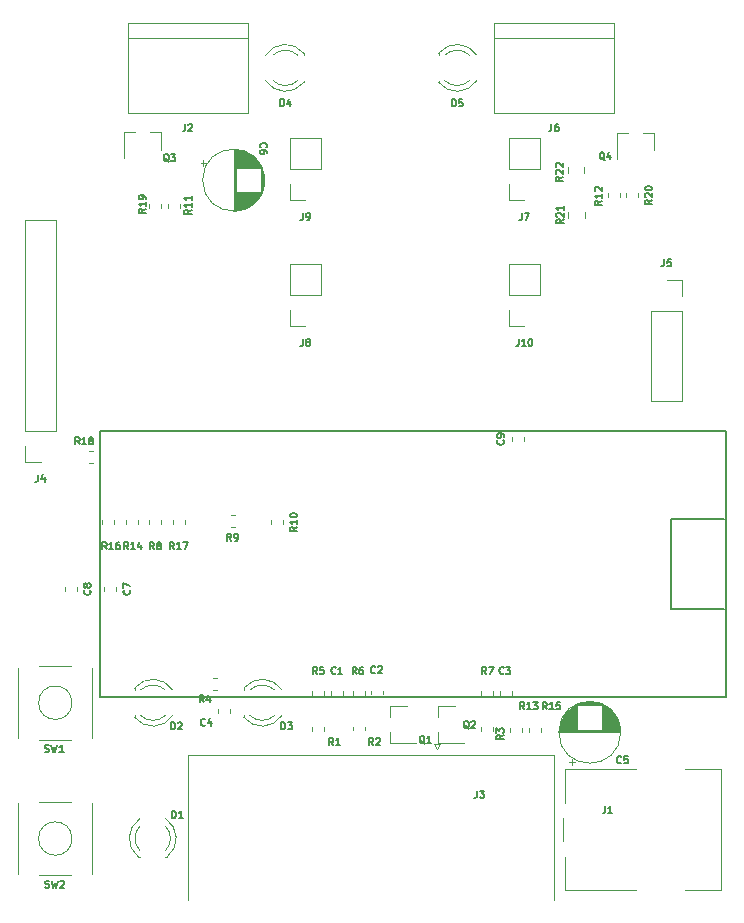
<source format=gto>
G04 #@! TF.GenerationSoftware,KiCad,Pcbnew,5.0.2-bee76a0~70~ubuntu18.04.1*
G04 #@! TF.CreationDate,2019-01-09T05:41:56+01:00*
G04 #@! TF.ProjectId,IGM400,49474d34-3030-42e6-9b69-6361645f7063,rev?*
G04 #@! TF.SameCoordinates,Original*
G04 #@! TF.FileFunction,Legend,Top*
G04 #@! TF.FilePolarity,Positive*
%FSLAX46Y46*%
G04 Gerber Fmt 4.6, Leading zero omitted, Abs format (unit mm)*
G04 Created by KiCad (PCBNEW 5.0.2-bee76a0~70~ubuntu18.04.1) date Mi 09 Jan 2019 05:41:56 CET*
%MOMM*%
%LPD*%
G01*
G04 APERTURE LIST*
%ADD10C,0.150000*%
%ADD11C,0.120000*%
G04 APERTURE END LIST*
D10*
G04 #@! TO.C,U1*
X109900000Y-97200000D02*
X105400000Y-97200000D01*
X105400000Y-97200000D02*
X105400000Y-104800000D01*
X105400000Y-104800000D02*
X109900000Y-104800000D01*
X110000000Y-89750000D02*
X110000000Y-112250000D01*
X110000000Y-112250000D02*
X57000000Y-112250000D01*
X57000000Y-112250000D02*
X57000000Y-89750000D01*
X57000000Y-89750000D02*
X110000000Y-89750000D01*
D11*
G04 #@! TO.C,C1*
X76579000Y-112113279D02*
X76579000Y-111787721D01*
X77599000Y-112113279D02*
X77599000Y-111787721D01*
G04 #@! TO.C,C3*
X91886500Y-112113279D02*
X91886500Y-111787721D01*
X90866500Y-112113279D02*
X90866500Y-111787721D01*
G04 #@! TO.C,C4*
X68010500Y-113311721D02*
X68010500Y-113637279D01*
X66990500Y-113311721D02*
X66990500Y-113637279D01*
G04 #@! TO.C,C7*
X57402000Y-102961221D02*
X57402000Y-103286779D01*
X58422000Y-102961221D02*
X58422000Y-103286779D01*
G04 #@! TO.C,C8*
X55056500Y-102961221D02*
X55056500Y-103286779D01*
X54036500Y-102961221D02*
X54036500Y-103286779D01*
G04 #@! TO.C,C9*
X92902500Y-90586779D02*
X92902500Y-90261221D01*
X91882500Y-90586779D02*
X91882500Y-90261221D01*
G04 #@! TO.C,C2*
X80008000Y-112049779D02*
X80008000Y-111724221D01*
X81028000Y-112049779D02*
X81028000Y-111724221D01*
G04 #@! TO.C,C5*
X96775000Y-117804775D02*
X97275000Y-117804775D01*
X97025000Y-118054775D02*
X97025000Y-117554775D01*
X98216000Y-112649000D02*
X98784000Y-112649000D01*
X97982000Y-112689000D02*
X99018000Y-112689000D01*
X97823000Y-112729000D02*
X99177000Y-112729000D01*
X97695000Y-112769000D02*
X99305000Y-112769000D01*
X97585000Y-112809000D02*
X99415000Y-112809000D01*
X97489000Y-112849000D02*
X99511000Y-112849000D01*
X97402000Y-112889000D02*
X99598000Y-112889000D01*
X97322000Y-112929000D02*
X99678000Y-112929000D01*
X99540000Y-112969000D02*
X99751000Y-112969000D01*
X97249000Y-112969000D02*
X97460000Y-112969000D01*
X99540000Y-113009000D02*
X99819000Y-113009000D01*
X97181000Y-113009000D02*
X97460000Y-113009000D01*
X99540000Y-113049000D02*
X99883000Y-113049000D01*
X97117000Y-113049000D02*
X97460000Y-113049000D01*
X99540000Y-113089000D02*
X99943000Y-113089000D01*
X97057000Y-113089000D02*
X97460000Y-113089000D01*
X99540000Y-113129000D02*
X100000000Y-113129000D01*
X97000000Y-113129000D02*
X97460000Y-113129000D01*
X99540000Y-113169000D02*
X100054000Y-113169000D01*
X96946000Y-113169000D02*
X97460000Y-113169000D01*
X99540000Y-113209000D02*
X100105000Y-113209000D01*
X96895000Y-113209000D02*
X97460000Y-113209000D01*
X99540000Y-113249000D02*
X100153000Y-113249000D01*
X96847000Y-113249000D02*
X97460000Y-113249000D01*
X99540000Y-113289000D02*
X100199000Y-113289000D01*
X96801000Y-113289000D02*
X97460000Y-113289000D01*
X99540000Y-113329000D02*
X100243000Y-113329000D01*
X96757000Y-113329000D02*
X97460000Y-113329000D01*
X99540000Y-113369000D02*
X100285000Y-113369000D01*
X96715000Y-113369000D02*
X97460000Y-113369000D01*
X99540000Y-113409000D02*
X100326000Y-113409000D01*
X96674000Y-113409000D02*
X97460000Y-113409000D01*
X99540000Y-113449000D02*
X100364000Y-113449000D01*
X96636000Y-113449000D02*
X97460000Y-113449000D01*
X99540000Y-113489000D02*
X100401000Y-113489000D01*
X96599000Y-113489000D02*
X97460000Y-113489000D01*
X99540000Y-113529000D02*
X100437000Y-113529000D01*
X96563000Y-113529000D02*
X97460000Y-113529000D01*
X99540000Y-113569000D02*
X100471000Y-113569000D01*
X96529000Y-113569000D02*
X97460000Y-113569000D01*
X99540000Y-113609000D02*
X100504000Y-113609000D01*
X96496000Y-113609000D02*
X97460000Y-113609000D01*
X99540000Y-113649000D02*
X100535000Y-113649000D01*
X96465000Y-113649000D02*
X97460000Y-113649000D01*
X99540000Y-113689000D02*
X100565000Y-113689000D01*
X96435000Y-113689000D02*
X97460000Y-113689000D01*
X99540000Y-113729000D02*
X100595000Y-113729000D01*
X96405000Y-113729000D02*
X97460000Y-113729000D01*
X99540000Y-113769000D02*
X100622000Y-113769000D01*
X96378000Y-113769000D02*
X97460000Y-113769000D01*
X99540000Y-113809000D02*
X100649000Y-113809000D01*
X96351000Y-113809000D02*
X97460000Y-113809000D01*
X99540000Y-113849000D02*
X100675000Y-113849000D01*
X96325000Y-113849000D02*
X97460000Y-113849000D01*
X99540000Y-113889000D02*
X100700000Y-113889000D01*
X96300000Y-113889000D02*
X97460000Y-113889000D01*
X99540000Y-113929000D02*
X100724000Y-113929000D01*
X96276000Y-113929000D02*
X97460000Y-113929000D01*
X99540000Y-113969000D02*
X100747000Y-113969000D01*
X96253000Y-113969000D02*
X97460000Y-113969000D01*
X99540000Y-114009000D02*
X100768000Y-114009000D01*
X96232000Y-114009000D02*
X97460000Y-114009000D01*
X99540000Y-114049000D02*
X100790000Y-114049000D01*
X96210000Y-114049000D02*
X97460000Y-114049000D01*
X99540000Y-114089000D02*
X100810000Y-114089000D01*
X96190000Y-114089000D02*
X97460000Y-114089000D01*
X99540000Y-114129000D02*
X100829000Y-114129000D01*
X96171000Y-114129000D02*
X97460000Y-114129000D01*
X99540000Y-114169000D02*
X100848000Y-114169000D01*
X96152000Y-114169000D02*
X97460000Y-114169000D01*
X99540000Y-114209000D02*
X100865000Y-114209000D01*
X96135000Y-114209000D02*
X97460000Y-114209000D01*
X99540000Y-114249000D02*
X100882000Y-114249000D01*
X96118000Y-114249000D02*
X97460000Y-114249000D01*
X99540000Y-114289000D02*
X100898000Y-114289000D01*
X96102000Y-114289000D02*
X97460000Y-114289000D01*
X99540000Y-114329000D02*
X100914000Y-114329000D01*
X96086000Y-114329000D02*
X97460000Y-114329000D01*
X99540000Y-114369000D02*
X100928000Y-114369000D01*
X96072000Y-114369000D02*
X97460000Y-114369000D01*
X99540000Y-114409000D02*
X100942000Y-114409000D01*
X96058000Y-114409000D02*
X97460000Y-114409000D01*
X99540000Y-114449000D02*
X100955000Y-114449000D01*
X96045000Y-114449000D02*
X97460000Y-114449000D01*
X99540000Y-114489000D02*
X100968000Y-114489000D01*
X96032000Y-114489000D02*
X97460000Y-114489000D01*
X99540000Y-114529000D02*
X100980000Y-114529000D01*
X96020000Y-114529000D02*
X97460000Y-114529000D01*
X99540000Y-114570000D02*
X100991000Y-114570000D01*
X96009000Y-114570000D02*
X97460000Y-114570000D01*
X99540000Y-114610000D02*
X101001000Y-114610000D01*
X95999000Y-114610000D02*
X97460000Y-114610000D01*
X99540000Y-114650000D02*
X101011000Y-114650000D01*
X95989000Y-114650000D02*
X97460000Y-114650000D01*
X99540000Y-114690000D02*
X101020000Y-114690000D01*
X95980000Y-114690000D02*
X97460000Y-114690000D01*
X99540000Y-114730000D02*
X101028000Y-114730000D01*
X95972000Y-114730000D02*
X97460000Y-114730000D01*
X99540000Y-114770000D02*
X101036000Y-114770000D01*
X95964000Y-114770000D02*
X97460000Y-114770000D01*
X99540000Y-114810000D02*
X101043000Y-114810000D01*
X95957000Y-114810000D02*
X97460000Y-114810000D01*
X99540000Y-114850000D02*
X101050000Y-114850000D01*
X95950000Y-114850000D02*
X97460000Y-114850000D01*
X99540000Y-114890000D02*
X101056000Y-114890000D01*
X95944000Y-114890000D02*
X97460000Y-114890000D01*
X99540000Y-114930000D02*
X101061000Y-114930000D01*
X95939000Y-114930000D02*
X97460000Y-114930000D01*
X99540000Y-114970000D02*
X101065000Y-114970000D01*
X95935000Y-114970000D02*
X97460000Y-114970000D01*
X99540000Y-115010000D02*
X101069000Y-115010000D01*
X95931000Y-115010000D02*
X97460000Y-115010000D01*
X95927000Y-115050000D02*
X101073000Y-115050000D01*
X95924000Y-115090000D02*
X101076000Y-115090000D01*
X95922000Y-115130000D02*
X101078000Y-115130000D01*
X95921000Y-115170000D02*
X101079000Y-115170000D01*
X95920000Y-115210000D02*
X101080000Y-115210000D01*
X95920000Y-115250000D02*
X101080000Y-115250000D01*
X101120000Y-115250000D02*
G75*
G03X101120000Y-115250000I-2620000J0D01*
G01*
G04 #@! TO.C,C6*
X70970000Y-68500000D02*
G75*
G03X70970000Y-68500000I-2620000J0D01*
G01*
X68350000Y-65920000D02*
X68350000Y-71080000D01*
X68390000Y-65920000D02*
X68390000Y-71080000D01*
X68430000Y-65921000D02*
X68430000Y-71079000D01*
X68470000Y-65922000D02*
X68470000Y-71078000D01*
X68510000Y-65924000D02*
X68510000Y-71076000D01*
X68550000Y-65927000D02*
X68550000Y-71073000D01*
X68590000Y-65931000D02*
X68590000Y-67460000D01*
X68590000Y-69540000D02*
X68590000Y-71069000D01*
X68630000Y-65935000D02*
X68630000Y-67460000D01*
X68630000Y-69540000D02*
X68630000Y-71065000D01*
X68670000Y-65939000D02*
X68670000Y-67460000D01*
X68670000Y-69540000D02*
X68670000Y-71061000D01*
X68710000Y-65944000D02*
X68710000Y-67460000D01*
X68710000Y-69540000D02*
X68710000Y-71056000D01*
X68750000Y-65950000D02*
X68750000Y-67460000D01*
X68750000Y-69540000D02*
X68750000Y-71050000D01*
X68790000Y-65957000D02*
X68790000Y-67460000D01*
X68790000Y-69540000D02*
X68790000Y-71043000D01*
X68830000Y-65964000D02*
X68830000Y-67460000D01*
X68830000Y-69540000D02*
X68830000Y-71036000D01*
X68870000Y-65972000D02*
X68870000Y-67460000D01*
X68870000Y-69540000D02*
X68870000Y-71028000D01*
X68910000Y-65980000D02*
X68910000Y-67460000D01*
X68910000Y-69540000D02*
X68910000Y-71020000D01*
X68950000Y-65989000D02*
X68950000Y-67460000D01*
X68950000Y-69540000D02*
X68950000Y-71011000D01*
X68990000Y-65999000D02*
X68990000Y-67460000D01*
X68990000Y-69540000D02*
X68990000Y-71001000D01*
X69030000Y-66009000D02*
X69030000Y-67460000D01*
X69030000Y-69540000D02*
X69030000Y-70991000D01*
X69071000Y-66020000D02*
X69071000Y-67460000D01*
X69071000Y-69540000D02*
X69071000Y-70980000D01*
X69111000Y-66032000D02*
X69111000Y-67460000D01*
X69111000Y-69540000D02*
X69111000Y-70968000D01*
X69151000Y-66045000D02*
X69151000Y-67460000D01*
X69151000Y-69540000D02*
X69151000Y-70955000D01*
X69191000Y-66058000D02*
X69191000Y-67460000D01*
X69191000Y-69540000D02*
X69191000Y-70942000D01*
X69231000Y-66072000D02*
X69231000Y-67460000D01*
X69231000Y-69540000D02*
X69231000Y-70928000D01*
X69271000Y-66086000D02*
X69271000Y-67460000D01*
X69271000Y-69540000D02*
X69271000Y-70914000D01*
X69311000Y-66102000D02*
X69311000Y-67460000D01*
X69311000Y-69540000D02*
X69311000Y-70898000D01*
X69351000Y-66118000D02*
X69351000Y-67460000D01*
X69351000Y-69540000D02*
X69351000Y-70882000D01*
X69391000Y-66135000D02*
X69391000Y-67460000D01*
X69391000Y-69540000D02*
X69391000Y-70865000D01*
X69431000Y-66152000D02*
X69431000Y-67460000D01*
X69431000Y-69540000D02*
X69431000Y-70848000D01*
X69471000Y-66171000D02*
X69471000Y-67460000D01*
X69471000Y-69540000D02*
X69471000Y-70829000D01*
X69511000Y-66190000D02*
X69511000Y-67460000D01*
X69511000Y-69540000D02*
X69511000Y-70810000D01*
X69551000Y-66210000D02*
X69551000Y-67460000D01*
X69551000Y-69540000D02*
X69551000Y-70790000D01*
X69591000Y-66232000D02*
X69591000Y-67460000D01*
X69591000Y-69540000D02*
X69591000Y-70768000D01*
X69631000Y-66253000D02*
X69631000Y-67460000D01*
X69631000Y-69540000D02*
X69631000Y-70747000D01*
X69671000Y-66276000D02*
X69671000Y-67460000D01*
X69671000Y-69540000D02*
X69671000Y-70724000D01*
X69711000Y-66300000D02*
X69711000Y-67460000D01*
X69711000Y-69540000D02*
X69711000Y-70700000D01*
X69751000Y-66325000D02*
X69751000Y-67460000D01*
X69751000Y-69540000D02*
X69751000Y-70675000D01*
X69791000Y-66351000D02*
X69791000Y-67460000D01*
X69791000Y-69540000D02*
X69791000Y-70649000D01*
X69831000Y-66378000D02*
X69831000Y-67460000D01*
X69831000Y-69540000D02*
X69831000Y-70622000D01*
X69871000Y-66405000D02*
X69871000Y-67460000D01*
X69871000Y-69540000D02*
X69871000Y-70595000D01*
X69911000Y-66435000D02*
X69911000Y-67460000D01*
X69911000Y-69540000D02*
X69911000Y-70565000D01*
X69951000Y-66465000D02*
X69951000Y-67460000D01*
X69951000Y-69540000D02*
X69951000Y-70535000D01*
X69991000Y-66496000D02*
X69991000Y-67460000D01*
X69991000Y-69540000D02*
X69991000Y-70504000D01*
X70031000Y-66529000D02*
X70031000Y-67460000D01*
X70031000Y-69540000D02*
X70031000Y-70471000D01*
X70071000Y-66563000D02*
X70071000Y-67460000D01*
X70071000Y-69540000D02*
X70071000Y-70437000D01*
X70111000Y-66599000D02*
X70111000Y-67460000D01*
X70111000Y-69540000D02*
X70111000Y-70401000D01*
X70151000Y-66636000D02*
X70151000Y-67460000D01*
X70151000Y-69540000D02*
X70151000Y-70364000D01*
X70191000Y-66674000D02*
X70191000Y-67460000D01*
X70191000Y-69540000D02*
X70191000Y-70326000D01*
X70231000Y-66715000D02*
X70231000Y-67460000D01*
X70231000Y-69540000D02*
X70231000Y-70285000D01*
X70271000Y-66757000D02*
X70271000Y-67460000D01*
X70271000Y-69540000D02*
X70271000Y-70243000D01*
X70311000Y-66801000D02*
X70311000Y-67460000D01*
X70311000Y-69540000D02*
X70311000Y-70199000D01*
X70351000Y-66847000D02*
X70351000Y-67460000D01*
X70351000Y-69540000D02*
X70351000Y-70153000D01*
X70391000Y-66895000D02*
X70391000Y-67460000D01*
X70391000Y-69540000D02*
X70391000Y-70105000D01*
X70431000Y-66946000D02*
X70431000Y-67460000D01*
X70431000Y-69540000D02*
X70431000Y-70054000D01*
X70471000Y-67000000D02*
X70471000Y-67460000D01*
X70471000Y-69540000D02*
X70471000Y-70000000D01*
X70511000Y-67057000D02*
X70511000Y-67460000D01*
X70511000Y-69540000D02*
X70511000Y-69943000D01*
X70551000Y-67117000D02*
X70551000Y-67460000D01*
X70551000Y-69540000D02*
X70551000Y-69883000D01*
X70591000Y-67181000D02*
X70591000Y-67460000D01*
X70591000Y-69540000D02*
X70591000Y-69819000D01*
X70631000Y-67249000D02*
X70631000Y-67460000D01*
X70631000Y-69540000D02*
X70631000Y-69751000D01*
X70671000Y-67322000D02*
X70671000Y-69678000D01*
X70711000Y-67402000D02*
X70711000Y-69598000D01*
X70751000Y-67489000D02*
X70751000Y-69511000D01*
X70791000Y-67585000D02*
X70791000Y-69415000D01*
X70831000Y-67695000D02*
X70831000Y-69305000D01*
X70871000Y-67823000D02*
X70871000Y-69177000D01*
X70911000Y-67982000D02*
X70911000Y-69018000D01*
X70951000Y-68216000D02*
X70951000Y-68784000D01*
X65545225Y-67025000D02*
X66045225Y-67025000D01*
X65795225Y-66775000D02*
X65795225Y-67275000D01*
G04 #@! TO.C,J7*
X92964000Y-70164000D02*
X91634000Y-70164000D01*
X91634000Y-70164000D02*
X91634000Y-68834000D01*
X91634000Y-67564000D02*
X91634000Y-64964000D01*
X94294000Y-64964000D02*
X91634000Y-64964000D01*
X94294000Y-67564000D02*
X94294000Y-64964000D01*
X94294000Y-67564000D02*
X91634000Y-67564000D01*
G04 #@! TO.C,J9*
X75752000Y-67564000D02*
X73092000Y-67564000D01*
X75752000Y-67564000D02*
X75752000Y-64964000D01*
X75752000Y-64964000D02*
X73092000Y-64964000D01*
X73092000Y-67564000D02*
X73092000Y-64964000D01*
X73092000Y-70164000D02*
X73092000Y-68834000D01*
X74422000Y-70164000D02*
X73092000Y-70164000D01*
G04 #@! TO.C,J10*
X92963999Y-80832000D02*
X91633999Y-80832000D01*
X91633999Y-80832000D02*
X91633999Y-79502000D01*
X91633999Y-78232000D02*
X91633999Y-75632000D01*
X94293999Y-75632000D02*
X91633999Y-75632000D01*
X94293999Y-78232000D02*
X94293999Y-75632000D01*
X94293999Y-78232000D02*
X91633999Y-78232000D01*
G04 #@! TO.C,J8*
X75752000Y-78231999D02*
X73092000Y-78231999D01*
X75752000Y-78231999D02*
X75752000Y-75631999D01*
X75752000Y-75631999D02*
X73092000Y-75631999D01*
X73092000Y-78231999D02*
X73092000Y-75631999D01*
X73092000Y-80831999D02*
X73092000Y-79501999D01*
X74422000Y-80831999D02*
X73092000Y-80831999D01*
G04 #@! TO.C,Q2*
X85663500Y-113037500D02*
X87123500Y-113037500D01*
X85663500Y-116197500D02*
X87823500Y-116197500D01*
X85663500Y-116197500D02*
X85663500Y-115267500D01*
X85663500Y-113037500D02*
X85663500Y-113967500D01*
G04 #@! TO.C,Q1*
X81599500Y-113037500D02*
X81599500Y-113967500D01*
X81599500Y-116197500D02*
X81599500Y-115267500D01*
X81599500Y-116197500D02*
X83759500Y-116197500D01*
X81599500Y-113037500D02*
X83059500Y-113037500D01*
G04 #@! TO.C,Q3*
X62222500Y-64454500D02*
X62222500Y-65914500D01*
X59062500Y-64454500D02*
X59062500Y-66614500D01*
X59062500Y-64454500D02*
X59992500Y-64454500D01*
X62222500Y-64454500D02*
X61292500Y-64454500D01*
G04 #@! TO.C,Q4*
X103942000Y-64518000D02*
X103012000Y-64518000D01*
X100782000Y-64518000D02*
X101712000Y-64518000D01*
X100782000Y-64518000D02*
X100782000Y-66678000D01*
X103942000Y-64518000D02*
X103942000Y-65978000D01*
G04 #@! TO.C,R7*
X89279000Y-111787721D02*
X89279000Y-112113279D01*
X90299000Y-111787721D02*
X90299000Y-112113279D01*
G04 #@! TO.C,R16*
X57211500Y-97635279D02*
X57211500Y-97309721D01*
X58231500Y-97635279D02*
X58231500Y-97309721D01*
G04 #@! TO.C,R1*
X74991500Y-114835721D02*
X74991500Y-115161279D01*
X76011500Y-114835721D02*
X76011500Y-115161279D01*
G04 #@! TO.C,R2*
X79440500Y-114772221D02*
X79440500Y-115097779D01*
X78420500Y-114772221D02*
X78420500Y-115097779D01*
G04 #@! TO.C,R3*
X89279000Y-114835721D02*
X89279000Y-115161279D01*
X90299000Y-114835721D02*
X90299000Y-115161279D01*
G04 #@! TO.C,R4*
X66901279Y-111698500D02*
X66575721Y-111698500D01*
X66901279Y-110678500D02*
X66575721Y-110678500D01*
G04 #@! TO.C,R5*
X74991500Y-111787721D02*
X74991500Y-112113279D01*
X76011500Y-111787721D02*
X76011500Y-112113279D01*
G04 #@! TO.C,R6*
X79440500Y-111749722D02*
X79440500Y-112075280D01*
X78420500Y-111749722D02*
X78420500Y-112075280D01*
G04 #@! TO.C,R15*
X94363000Y-115224779D02*
X94363000Y-114899221D01*
X93343000Y-115224779D02*
X93343000Y-114899221D01*
G04 #@! TO.C,R8*
X62232000Y-97309721D02*
X62232000Y-97635279D01*
X61212000Y-97309721D02*
X61212000Y-97635279D01*
G04 #@! TO.C,R10*
X71499000Y-97309721D02*
X71499000Y-97635279D01*
X72519000Y-97309721D02*
X72519000Y-97635279D01*
G04 #@! TO.C,R11*
X62799500Y-70838279D02*
X62799500Y-70512721D01*
X63819500Y-70838279D02*
X63819500Y-70512721D01*
G04 #@! TO.C,R12*
X101030500Y-69949279D02*
X101030500Y-69623721D01*
X100010500Y-69949279D02*
X100010500Y-69623721D01*
G04 #@! TO.C,R13*
X91755500Y-115224779D02*
X91755500Y-114899221D01*
X92775500Y-115224779D02*
X92775500Y-114899221D01*
G04 #@! TO.C,R14*
X60263500Y-97635279D02*
X60263500Y-97309721D01*
X59243500Y-97635279D02*
X59243500Y-97309721D01*
G04 #@! TO.C,R20*
X102618000Y-69623721D02*
X102618000Y-69949279D01*
X101598000Y-69623721D02*
X101598000Y-69949279D01*
G04 #@! TO.C,R19*
X61212000Y-70512721D02*
X61212000Y-70838279D01*
X62232000Y-70512721D02*
X62232000Y-70838279D01*
G04 #@! TO.C,R18*
X56098221Y-91438000D02*
X56423779Y-91438000D01*
X56098221Y-92458000D02*
X56423779Y-92458000D01*
G04 #@! TO.C,R17*
X64200500Y-97635279D02*
X64200500Y-97309721D01*
X63180500Y-97635279D02*
X63180500Y-97309721D01*
G04 #@! TO.C,R9*
X68425279Y-97855500D02*
X68099721Y-97855500D01*
X68425279Y-96835500D02*
X68099721Y-96835500D01*
G04 #@! TO.C,R22*
X96635500Y-67368922D02*
X96635500Y-67886078D01*
X98055500Y-67368922D02*
X98055500Y-67886078D01*
G04 #@! TO.C,R21*
X96699000Y-71696078D02*
X96699000Y-71178922D01*
X98119000Y-71696078D02*
X98119000Y-71178922D01*
G04 #@! TO.C,D5*
X85710000Y-60080000D02*
X85710000Y-60236000D01*
X85710000Y-57764000D02*
X85710000Y-57920000D01*
X88311130Y-60079837D02*
G75*
G02X86229039Y-60080000I-1041130J1079837D01*
G01*
X88311130Y-57920163D02*
G75*
G03X86229039Y-57920000I-1041130J-1079837D01*
G01*
X88942335Y-60078608D02*
G75*
G02X85710000Y-60235516I-1672335J1078608D01*
G01*
X88942335Y-57921392D02*
G75*
G03X85710000Y-57764484I-1672335J-1078608D01*
G01*
G04 #@! TO.C,D4*
X71057665Y-60078608D02*
G75*
G03X74290000Y-60235516I1672335J1078608D01*
G01*
X71057665Y-57921392D02*
G75*
G02X74290000Y-57764484I1672335J-1078608D01*
G01*
X71688870Y-60079837D02*
G75*
G03X73770961Y-60080000I1041130J1079837D01*
G01*
X71688870Y-57920163D02*
G75*
G02X73770961Y-57920000I1041130J-1079837D01*
G01*
X74290000Y-60236000D02*
X74290000Y-60080000D01*
X74290000Y-57920000D02*
X74290000Y-57764000D01*
G04 #@! TO.C,J6*
X100540000Y-55190000D02*
X90380000Y-55190000D01*
X100540000Y-62810000D02*
X100540000Y-55190000D01*
X90380000Y-62810000D02*
X100540000Y-62810000D01*
X90380000Y-55190000D02*
X90380000Y-62810000D01*
X90380000Y-56460000D02*
X100540000Y-56460000D01*
G04 #@! TO.C,J2*
X59380000Y-56460000D02*
X69540000Y-56460000D01*
X59380000Y-55190000D02*
X59380000Y-62810000D01*
X59380000Y-62810000D02*
X69540000Y-62810000D01*
X69540000Y-62810000D02*
X69540000Y-55190000D01*
X69540000Y-55190000D02*
X59380000Y-55190000D01*
G04 #@! TO.C,SW2*
X54664214Y-124250000D02*
G75*
G03X54664214Y-124250000I-1414214J0D01*
G01*
X50130000Y-121280000D02*
X50130000Y-127220000D01*
X56370000Y-121280000D02*
X56370000Y-127220000D01*
X51910000Y-121130000D02*
X54590000Y-121130000D01*
X54590000Y-127370000D02*
X51910000Y-127370000D01*
G04 #@! TO.C,D3*
X72442335Y-111671392D02*
G75*
G03X69210000Y-111514484I-1672335J-1078608D01*
G01*
X72442335Y-113828608D02*
G75*
G02X69210000Y-113985516I-1672335J1078608D01*
G01*
X71811130Y-111670163D02*
G75*
G03X69729039Y-111670000I-1041130J-1079837D01*
G01*
X71811130Y-113829837D02*
G75*
G02X69729039Y-113830000I-1041130J1079837D01*
G01*
X69210000Y-111514000D02*
X69210000Y-111670000D01*
X69210000Y-113830000D02*
X69210000Y-113986000D01*
G04 #@! TO.C,D2*
X59960000Y-113830000D02*
X59960000Y-113986000D01*
X59960000Y-111514000D02*
X59960000Y-111670000D01*
X62561130Y-113829837D02*
G75*
G02X60479039Y-113830000I-1041130J1079837D01*
G01*
X62561130Y-111670163D02*
G75*
G03X60479039Y-111670000I-1041130J-1079837D01*
G01*
X63192335Y-113828608D02*
G75*
G02X59960000Y-113985516I-1672335J1078608D01*
G01*
X63192335Y-111671392D02*
G75*
G03X59960000Y-111514484I-1672335J-1078608D01*
G01*
G04 #@! TO.C,D1*
X60421392Y-122557665D02*
G75*
G03X60264484Y-125790000I1078608J-1672335D01*
G01*
X62578608Y-122557665D02*
G75*
G02X62735516Y-125790000I-1078608J-1672335D01*
G01*
X60420163Y-123188870D02*
G75*
G03X60420000Y-125270961I1079837J-1041130D01*
G01*
X62579837Y-123188870D02*
G75*
G02X62580000Y-125270961I-1079837J-1041130D01*
G01*
X60264000Y-125790000D02*
X60420000Y-125790000D01*
X62580000Y-125790000D02*
X62736000Y-125790000D01*
G04 #@! TO.C,SW1*
X54664214Y-112750000D02*
G75*
G03X54664214Y-112750000I-1414214J0D01*
G01*
X50130000Y-109780000D02*
X50130000Y-115720000D01*
X56370000Y-109780000D02*
X56370000Y-115720000D01*
X51910000Y-109630000D02*
X54590000Y-109630000D01*
X54590000Y-115870000D02*
X51910000Y-115870000D01*
G04 #@! TO.C,J1*
X102450000Y-128610000D02*
X96390000Y-128610000D01*
X96390000Y-128610000D02*
X96390000Y-125800000D01*
X96390000Y-121200000D02*
X96390000Y-118390000D01*
X96390000Y-118390000D02*
X102450000Y-118390000D01*
X106550000Y-118390000D02*
X109610000Y-118390000D01*
X109610000Y-118390000D02*
X109610000Y-128610000D01*
X109610000Y-128610000D02*
X106550000Y-128610000D01*
X96200000Y-124500000D02*
X96200000Y-122500000D01*
G04 #@! TO.C,J3*
X64515000Y-129480000D02*
X64515000Y-117140000D01*
X64515000Y-117140000D02*
X95485000Y-117140000D01*
X95485000Y-117140000D02*
X95485000Y-129480000D01*
X85290000Y-116245662D02*
X85790000Y-116245662D01*
X85790000Y-116245662D02*
X85540000Y-116678675D01*
X85540000Y-116678675D02*
X85290000Y-116245662D01*
G04 #@! TO.C,J5*
X103670000Y-79565500D02*
X106330000Y-79565500D01*
X103670000Y-79565500D02*
X103670000Y-87245500D01*
X103670000Y-87245500D02*
X106330000Y-87245500D01*
X106330000Y-79565500D02*
X106330000Y-87245500D01*
X106330000Y-76965500D02*
X106330000Y-78295500D01*
X105000000Y-76965500D02*
X106330000Y-76965500D01*
G04 #@! TO.C,J4*
X53330000Y-89730000D02*
X50670000Y-89730000D01*
X53330000Y-89730000D02*
X53330000Y-71890000D01*
X53330000Y-71890000D02*
X50670000Y-71890000D01*
X50670000Y-89730000D02*
X50670000Y-71890000D01*
X50670000Y-92330000D02*
X50670000Y-91000000D01*
X52000000Y-92330000D02*
X50670000Y-92330000D01*
G04 #@! TO.C,C1*
D10*
X76989000Y-110259785D02*
X76960428Y-110288357D01*
X76874714Y-110316928D01*
X76817571Y-110316928D01*
X76731857Y-110288357D01*
X76674714Y-110231214D01*
X76646142Y-110174071D01*
X76617571Y-110059785D01*
X76617571Y-109974071D01*
X76646142Y-109859785D01*
X76674714Y-109802642D01*
X76731857Y-109745500D01*
X76817571Y-109716928D01*
X76874714Y-109716928D01*
X76960428Y-109745500D01*
X76989000Y-109774071D01*
X77560428Y-110316928D02*
X77217571Y-110316928D01*
X77389000Y-110316928D02*
X77389000Y-109716928D01*
X77331857Y-109802642D01*
X77274714Y-109859785D01*
X77217571Y-109888357D01*
G04 #@! TO.C,C3*
X91213000Y-110259785D02*
X91184428Y-110288357D01*
X91098714Y-110316928D01*
X91041571Y-110316928D01*
X90955857Y-110288357D01*
X90898714Y-110231214D01*
X90870142Y-110174071D01*
X90841571Y-110059785D01*
X90841571Y-109974071D01*
X90870142Y-109859785D01*
X90898714Y-109802642D01*
X90955857Y-109745500D01*
X91041571Y-109716928D01*
X91098714Y-109716928D01*
X91184428Y-109745500D01*
X91213000Y-109774071D01*
X91413000Y-109716928D02*
X91784428Y-109716928D01*
X91584428Y-109945500D01*
X91670142Y-109945500D01*
X91727285Y-109974071D01*
X91755857Y-110002642D01*
X91784428Y-110059785D01*
X91784428Y-110202642D01*
X91755857Y-110259785D01*
X91727285Y-110288357D01*
X91670142Y-110316928D01*
X91498714Y-110316928D01*
X91441571Y-110288357D01*
X91413000Y-110259785D01*
G04 #@! TO.C,C4*
X65940000Y-114641285D02*
X65911428Y-114669857D01*
X65825714Y-114698428D01*
X65768571Y-114698428D01*
X65682857Y-114669857D01*
X65625714Y-114612714D01*
X65597142Y-114555571D01*
X65568571Y-114441285D01*
X65568571Y-114355571D01*
X65597142Y-114241285D01*
X65625714Y-114184142D01*
X65682857Y-114127000D01*
X65768571Y-114098428D01*
X65825714Y-114098428D01*
X65911428Y-114127000D01*
X65940000Y-114155571D01*
X66454285Y-114298428D02*
X66454285Y-114698428D01*
X66311428Y-114069857D02*
X66168571Y-114498428D01*
X66540000Y-114498428D01*
G04 #@! TO.C,C7*
X59556285Y-103224000D02*
X59584857Y-103252571D01*
X59613428Y-103338285D01*
X59613428Y-103395428D01*
X59584857Y-103481142D01*
X59527714Y-103538285D01*
X59470571Y-103566857D01*
X59356285Y-103595428D01*
X59270571Y-103595428D01*
X59156285Y-103566857D01*
X59099142Y-103538285D01*
X59042000Y-103481142D01*
X59013428Y-103395428D01*
X59013428Y-103338285D01*
X59042000Y-103252571D01*
X59070571Y-103224000D01*
X59013428Y-103024000D02*
X59013428Y-102624000D01*
X59613428Y-102881142D01*
G04 #@! TO.C,C8*
X56190785Y-103224000D02*
X56219357Y-103252571D01*
X56247928Y-103338285D01*
X56247928Y-103395428D01*
X56219357Y-103481142D01*
X56162214Y-103538285D01*
X56105071Y-103566857D01*
X55990785Y-103595428D01*
X55905071Y-103595428D01*
X55790785Y-103566857D01*
X55733642Y-103538285D01*
X55676500Y-103481142D01*
X55647928Y-103395428D01*
X55647928Y-103338285D01*
X55676500Y-103252571D01*
X55705071Y-103224000D01*
X55905071Y-102881142D02*
X55876500Y-102938285D01*
X55847928Y-102966857D01*
X55790785Y-102995428D01*
X55762214Y-102995428D01*
X55705071Y-102966857D01*
X55676500Y-102938285D01*
X55647928Y-102881142D01*
X55647928Y-102766857D01*
X55676500Y-102709714D01*
X55705071Y-102681142D01*
X55762214Y-102652571D01*
X55790785Y-102652571D01*
X55847928Y-102681142D01*
X55876500Y-102709714D01*
X55905071Y-102766857D01*
X55905071Y-102881142D01*
X55933642Y-102938285D01*
X55962214Y-102966857D01*
X56019357Y-102995428D01*
X56133642Y-102995428D01*
X56190785Y-102966857D01*
X56219357Y-102938285D01*
X56247928Y-102881142D01*
X56247928Y-102766857D01*
X56219357Y-102709714D01*
X56190785Y-102681142D01*
X56133642Y-102652571D01*
X56019357Y-102652571D01*
X55962214Y-102681142D01*
X55933642Y-102709714D01*
X55905071Y-102766857D01*
G04 #@! TO.C,C9*
X91176785Y-90524000D02*
X91205357Y-90552571D01*
X91233928Y-90638285D01*
X91233928Y-90695428D01*
X91205357Y-90781142D01*
X91148214Y-90838285D01*
X91091071Y-90866857D01*
X90976785Y-90895428D01*
X90891071Y-90895428D01*
X90776785Y-90866857D01*
X90719642Y-90838285D01*
X90662500Y-90781142D01*
X90633928Y-90695428D01*
X90633928Y-90638285D01*
X90662500Y-90552571D01*
X90691071Y-90524000D01*
X91233928Y-90238285D02*
X91233928Y-90124000D01*
X91205357Y-90066857D01*
X91176785Y-90038285D01*
X91091071Y-89981142D01*
X90976785Y-89952571D01*
X90748214Y-89952571D01*
X90691071Y-89981142D01*
X90662500Y-90009714D01*
X90633928Y-90066857D01*
X90633928Y-90181142D01*
X90662500Y-90238285D01*
X90691071Y-90266857D01*
X90748214Y-90295428D01*
X90891071Y-90295428D01*
X90948214Y-90266857D01*
X90976785Y-90238285D01*
X91005357Y-90181142D01*
X91005357Y-90066857D01*
X90976785Y-90009714D01*
X90948214Y-89981142D01*
X90891071Y-89952571D01*
G04 #@! TO.C,C2*
X80354500Y-110196285D02*
X80325928Y-110224857D01*
X80240214Y-110253428D01*
X80183071Y-110253428D01*
X80097357Y-110224857D01*
X80040214Y-110167714D01*
X80011642Y-110110571D01*
X79983071Y-109996285D01*
X79983071Y-109910571D01*
X80011642Y-109796285D01*
X80040214Y-109739142D01*
X80097357Y-109682000D01*
X80183071Y-109653428D01*
X80240214Y-109653428D01*
X80325928Y-109682000D01*
X80354500Y-109710571D01*
X80583071Y-109710571D02*
X80611642Y-109682000D01*
X80668785Y-109653428D01*
X80811642Y-109653428D01*
X80868785Y-109682000D01*
X80897357Y-109710571D01*
X80925928Y-109767714D01*
X80925928Y-109824857D01*
X80897357Y-109910571D01*
X80554500Y-110253428D01*
X80925928Y-110253428D01*
G04 #@! TO.C,C5*
X101182500Y-117816285D02*
X101153928Y-117844857D01*
X101068214Y-117873428D01*
X101011071Y-117873428D01*
X100925357Y-117844857D01*
X100868214Y-117787714D01*
X100839642Y-117730571D01*
X100811071Y-117616285D01*
X100811071Y-117530571D01*
X100839642Y-117416285D01*
X100868214Y-117359142D01*
X100925357Y-117302000D01*
X101011071Y-117273428D01*
X101068214Y-117273428D01*
X101153928Y-117302000D01*
X101182500Y-117330571D01*
X101725357Y-117273428D02*
X101439642Y-117273428D01*
X101411071Y-117559142D01*
X101439642Y-117530571D01*
X101496785Y-117502000D01*
X101639642Y-117502000D01*
X101696785Y-117530571D01*
X101725357Y-117559142D01*
X101753928Y-117616285D01*
X101753928Y-117759142D01*
X101725357Y-117816285D01*
X101696785Y-117844857D01*
X101639642Y-117873428D01*
X101496785Y-117873428D01*
X101439642Y-117844857D01*
X101411071Y-117816285D01*
G04 #@! TO.C,C6*
X70632214Y-65733000D02*
X70603642Y-65704428D01*
X70575071Y-65618714D01*
X70575071Y-65561571D01*
X70603642Y-65475857D01*
X70660785Y-65418714D01*
X70717928Y-65390142D01*
X70832214Y-65361571D01*
X70917928Y-65361571D01*
X71032214Y-65390142D01*
X71089357Y-65418714D01*
X71146500Y-65475857D01*
X71175071Y-65561571D01*
X71175071Y-65618714D01*
X71146500Y-65704428D01*
X71117928Y-65733000D01*
X71175071Y-66247285D02*
X71175071Y-66133000D01*
X71146500Y-66075857D01*
X71117928Y-66047285D01*
X71032214Y-65990142D01*
X70917928Y-65961571D01*
X70689357Y-65961571D01*
X70632214Y-65990142D01*
X70603642Y-66018714D01*
X70575071Y-66075857D01*
X70575071Y-66190142D01*
X70603642Y-66247285D01*
X70632214Y-66275857D01*
X70689357Y-66304428D01*
X70832214Y-66304428D01*
X70889357Y-66275857D01*
X70917928Y-66247285D01*
X70946500Y-66190142D01*
X70946500Y-66075857D01*
X70917928Y-66018714D01*
X70889357Y-65990142D01*
X70832214Y-65961571D01*
G04 #@! TO.C,J7*
X92764000Y-71275428D02*
X92764000Y-71704000D01*
X92735428Y-71789714D01*
X92678285Y-71846857D01*
X92592571Y-71875428D01*
X92535428Y-71875428D01*
X92992571Y-71275428D02*
X93392571Y-71275428D01*
X93135428Y-71875428D01*
G04 #@! TO.C,J9*
X74222000Y-71275428D02*
X74222000Y-71704000D01*
X74193428Y-71789714D01*
X74136285Y-71846857D01*
X74050571Y-71875428D01*
X73993428Y-71875428D01*
X74536285Y-71875428D02*
X74650571Y-71875428D01*
X74707714Y-71846857D01*
X74736285Y-71818285D01*
X74793428Y-71732571D01*
X74822000Y-71618285D01*
X74822000Y-71389714D01*
X74793428Y-71332571D01*
X74764857Y-71304000D01*
X74707714Y-71275428D01*
X74593428Y-71275428D01*
X74536285Y-71304000D01*
X74507714Y-71332571D01*
X74479142Y-71389714D01*
X74479142Y-71532571D01*
X74507714Y-71589714D01*
X74536285Y-71618285D01*
X74593428Y-71646857D01*
X74707714Y-71646857D01*
X74764857Y-71618285D01*
X74793428Y-71589714D01*
X74822000Y-71532571D01*
G04 #@! TO.C,J10*
X92478284Y-81943428D02*
X92478284Y-82372000D01*
X92449713Y-82457714D01*
X92392570Y-82514857D01*
X92306856Y-82543428D01*
X92249713Y-82543428D01*
X93078284Y-82543428D02*
X92735427Y-82543428D01*
X92906856Y-82543428D02*
X92906856Y-81943428D01*
X92849713Y-82029142D01*
X92792570Y-82086285D01*
X92735427Y-82114857D01*
X93449713Y-81943428D02*
X93506856Y-81943428D01*
X93563999Y-81972000D01*
X93592570Y-82000571D01*
X93621141Y-82057714D01*
X93649713Y-82172000D01*
X93649713Y-82314857D01*
X93621141Y-82429142D01*
X93592570Y-82486285D01*
X93563999Y-82514857D01*
X93506856Y-82543428D01*
X93449713Y-82543428D01*
X93392570Y-82514857D01*
X93363999Y-82486285D01*
X93335427Y-82429142D01*
X93306856Y-82314857D01*
X93306856Y-82172000D01*
X93335427Y-82057714D01*
X93363999Y-82000571D01*
X93392570Y-81972000D01*
X93449713Y-81943428D01*
G04 #@! TO.C,J8*
X74222000Y-81943427D02*
X74222000Y-82371999D01*
X74193428Y-82457713D01*
X74136285Y-82514856D01*
X74050571Y-82543427D01*
X73993428Y-82543427D01*
X74593428Y-82200570D02*
X74536285Y-82171999D01*
X74507714Y-82143427D01*
X74479142Y-82086284D01*
X74479142Y-82057713D01*
X74507714Y-82000570D01*
X74536285Y-81971999D01*
X74593428Y-81943427D01*
X74707714Y-81943427D01*
X74764857Y-81971999D01*
X74793428Y-82000570D01*
X74822000Y-82057713D01*
X74822000Y-82086284D01*
X74793428Y-82143427D01*
X74764857Y-82171999D01*
X74707714Y-82200570D01*
X74593428Y-82200570D01*
X74536285Y-82229141D01*
X74507714Y-82257713D01*
X74479142Y-82314856D01*
X74479142Y-82429141D01*
X74507714Y-82486284D01*
X74536285Y-82514856D01*
X74593428Y-82543427D01*
X74707714Y-82543427D01*
X74764857Y-82514856D01*
X74793428Y-82486284D01*
X74822000Y-82429141D01*
X74822000Y-82314856D01*
X74793428Y-82257713D01*
X74764857Y-82229141D01*
X74707714Y-82200570D01*
G04 #@! TO.C,Q2*
X88271357Y-114946071D02*
X88214214Y-114917500D01*
X88157071Y-114860357D01*
X88071357Y-114774642D01*
X88014214Y-114746071D01*
X87957071Y-114746071D01*
X87985642Y-114888928D02*
X87928500Y-114860357D01*
X87871357Y-114803214D01*
X87842785Y-114688928D01*
X87842785Y-114488928D01*
X87871357Y-114374642D01*
X87928500Y-114317500D01*
X87985642Y-114288928D01*
X88099928Y-114288928D01*
X88157071Y-114317500D01*
X88214214Y-114374642D01*
X88242785Y-114488928D01*
X88242785Y-114688928D01*
X88214214Y-114803214D01*
X88157071Y-114860357D01*
X88099928Y-114888928D01*
X87985642Y-114888928D01*
X88471357Y-114346071D02*
X88499928Y-114317500D01*
X88557071Y-114288928D01*
X88699928Y-114288928D01*
X88757071Y-114317500D01*
X88785642Y-114346071D01*
X88814214Y-114403214D01*
X88814214Y-114460357D01*
X88785642Y-114546071D01*
X88442785Y-114888928D01*
X88814214Y-114888928D01*
G04 #@! TO.C,Q1*
X84524857Y-116216071D02*
X84467714Y-116187500D01*
X84410571Y-116130357D01*
X84324857Y-116044642D01*
X84267714Y-116016071D01*
X84210571Y-116016071D01*
X84239142Y-116158928D02*
X84182000Y-116130357D01*
X84124857Y-116073214D01*
X84096285Y-115958928D01*
X84096285Y-115758928D01*
X84124857Y-115644642D01*
X84182000Y-115587500D01*
X84239142Y-115558928D01*
X84353428Y-115558928D01*
X84410571Y-115587500D01*
X84467714Y-115644642D01*
X84496285Y-115758928D01*
X84496285Y-115958928D01*
X84467714Y-116073214D01*
X84410571Y-116130357D01*
X84353428Y-116158928D01*
X84239142Y-116158928D01*
X85067714Y-116158928D02*
X84724857Y-116158928D01*
X84896285Y-116158928D02*
X84896285Y-115558928D01*
X84839142Y-115644642D01*
X84782000Y-115701785D01*
X84724857Y-115730357D01*
G04 #@! TO.C,Q3*
X62871357Y-66940071D02*
X62814214Y-66911500D01*
X62757071Y-66854357D01*
X62671357Y-66768642D01*
X62614214Y-66740071D01*
X62557071Y-66740071D01*
X62585642Y-66882928D02*
X62528500Y-66854357D01*
X62471357Y-66797214D01*
X62442785Y-66682928D01*
X62442785Y-66482928D01*
X62471357Y-66368642D01*
X62528500Y-66311500D01*
X62585642Y-66282928D01*
X62699928Y-66282928D01*
X62757071Y-66311500D01*
X62814214Y-66368642D01*
X62842785Y-66482928D01*
X62842785Y-66682928D01*
X62814214Y-66797214D01*
X62757071Y-66854357D01*
X62699928Y-66882928D01*
X62585642Y-66882928D01*
X63042785Y-66282928D02*
X63414214Y-66282928D01*
X63214214Y-66511500D01*
X63299928Y-66511500D01*
X63357071Y-66540071D01*
X63385642Y-66568642D01*
X63414214Y-66625785D01*
X63414214Y-66768642D01*
X63385642Y-66825785D01*
X63357071Y-66854357D01*
X63299928Y-66882928D01*
X63128500Y-66882928D01*
X63071357Y-66854357D01*
X63042785Y-66825785D01*
G04 #@! TO.C,Q4*
X99764857Y-66813071D02*
X99707714Y-66784500D01*
X99650571Y-66727357D01*
X99564857Y-66641642D01*
X99507714Y-66613071D01*
X99450571Y-66613071D01*
X99479142Y-66755928D02*
X99422000Y-66727357D01*
X99364857Y-66670214D01*
X99336285Y-66555928D01*
X99336285Y-66355928D01*
X99364857Y-66241642D01*
X99422000Y-66184500D01*
X99479142Y-66155928D01*
X99593428Y-66155928D01*
X99650571Y-66184500D01*
X99707714Y-66241642D01*
X99736285Y-66355928D01*
X99736285Y-66555928D01*
X99707714Y-66670214D01*
X99650571Y-66727357D01*
X99593428Y-66755928D01*
X99479142Y-66755928D01*
X100250571Y-66355928D02*
X100250571Y-66755928D01*
X100107714Y-66127357D02*
X99964857Y-66555928D01*
X100336285Y-66555928D01*
G04 #@! TO.C,R7*
X89752500Y-110316928D02*
X89552500Y-110031214D01*
X89409642Y-110316928D02*
X89409642Y-109716928D01*
X89638214Y-109716928D01*
X89695357Y-109745500D01*
X89723928Y-109774071D01*
X89752500Y-109831214D01*
X89752500Y-109916928D01*
X89723928Y-109974071D01*
X89695357Y-110002642D01*
X89638214Y-110031214D01*
X89409642Y-110031214D01*
X89952500Y-109716928D02*
X90352500Y-109716928D01*
X90095357Y-110316928D01*
G04 #@! TO.C,R16*
X57589785Y-99775928D02*
X57389785Y-99490214D01*
X57246928Y-99775928D02*
X57246928Y-99175928D01*
X57475500Y-99175928D01*
X57532642Y-99204500D01*
X57561214Y-99233071D01*
X57589785Y-99290214D01*
X57589785Y-99375928D01*
X57561214Y-99433071D01*
X57532642Y-99461642D01*
X57475500Y-99490214D01*
X57246928Y-99490214D01*
X58161214Y-99775928D02*
X57818357Y-99775928D01*
X57989785Y-99775928D02*
X57989785Y-99175928D01*
X57932642Y-99261642D01*
X57875500Y-99318785D01*
X57818357Y-99347357D01*
X58675500Y-99175928D02*
X58561214Y-99175928D01*
X58504071Y-99204500D01*
X58475500Y-99233071D01*
X58418357Y-99318785D01*
X58389785Y-99433071D01*
X58389785Y-99661642D01*
X58418357Y-99718785D01*
X58446928Y-99747357D01*
X58504071Y-99775928D01*
X58618357Y-99775928D01*
X58675500Y-99747357D01*
X58704071Y-99718785D01*
X58732642Y-99661642D01*
X58732642Y-99518785D01*
X58704071Y-99461642D01*
X58675500Y-99433071D01*
X58618357Y-99404500D01*
X58504071Y-99404500D01*
X58446928Y-99433071D01*
X58418357Y-99461642D01*
X58389785Y-99518785D01*
G04 #@! TO.C,R1*
X76798500Y-116349428D02*
X76598500Y-116063714D01*
X76455642Y-116349428D02*
X76455642Y-115749428D01*
X76684214Y-115749428D01*
X76741357Y-115778000D01*
X76769928Y-115806571D01*
X76798500Y-115863714D01*
X76798500Y-115949428D01*
X76769928Y-116006571D01*
X76741357Y-116035142D01*
X76684214Y-116063714D01*
X76455642Y-116063714D01*
X77369928Y-116349428D02*
X77027071Y-116349428D01*
X77198500Y-116349428D02*
X77198500Y-115749428D01*
X77141357Y-115835142D01*
X77084214Y-115892285D01*
X77027071Y-115920857D01*
G04 #@! TO.C,R2*
X80164000Y-116349428D02*
X79964000Y-116063714D01*
X79821142Y-116349428D02*
X79821142Y-115749428D01*
X80049714Y-115749428D01*
X80106857Y-115778000D01*
X80135428Y-115806571D01*
X80164000Y-115863714D01*
X80164000Y-115949428D01*
X80135428Y-116006571D01*
X80106857Y-116035142D01*
X80049714Y-116063714D01*
X79821142Y-116063714D01*
X80392571Y-115806571D02*
X80421142Y-115778000D01*
X80478285Y-115749428D01*
X80621142Y-115749428D01*
X80678285Y-115778000D01*
X80706857Y-115806571D01*
X80735428Y-115863714D01*
X80735428Y-115920857D01*
X80706857Y-116006571D01*
X80364000Y-116349428D01*
X80735428Y-116349428D01*
G04 #@! TO.C,R3*
X91203428Y-115479500D02*
X90917714Y-115679500D01*
X91203428Y-115822357D02*
X90603428Y-115822357D01*
X90603428Y-115593785D01*
X90632000Y-115536642D01*
X90660571Y-115508071D01*
X90717714Y-115479500D01*
X90803428Y-115479500D01*
X90860571Y-115508071D01*
X90889142Y-115536642D01*
X90917714Y-115593785D01*
X90917714Y-115822357D01*
X90603428Y-115279500D02*
X90603428Y-114908071D01*
X90832000Y-115108071D01*
X90832000Y-115022357D01*
X90860571Y-114965214D01*
X90889142Y-114936642D01*
X90946285Y-114908071D01*
X91089142Y-114908071D01*
X91146285Y-114936642D01*
X91174857Y-114965214D01*
X91203428Y-115022357D01*
X91203428Y-115193785D01*
X91174857Y-115250928D01*
X91146285Y-115279500D01*
G04 #@! TO.C,R4*
X65813000Y-112729928D02*
X65613000Y-112444214D01*
X65470142Y-112729928D02*
X65470142Y-112129928D01*
X65698714Y-112129928D01*
X65755857Y-112158500D01*
X65784428Y-112187071D01*
X65813000Y-112244214D01*
X65813000Y-112329928D01*
X65784428Y-112387071D01*
X65755857Y-112415642D01*
X65698714Y-112444214D01*
X65470142Y-112444214D01*
X66327285Y-112329928D02*
X66327285Y-112729928D01*
X66184428Y-112101357D02*
X66041571Y-112529928D01*
X66413000Y-112529928D01*
G04 #@! TO.C,R5*
X75401500Y-110316928D02*
X75201500Y-110031214D01*
X75058642Y-110316928D02*
X75058642Y-109716928D01*
X75287214Y-109716928D01*
X75344357Y-109745500D01*
X75372928Y-109774071D01*
X75401500Y-109831214D01*
X75401500Y-109916928D01*
X75372928Y-109974071D01*
X75344357Y-110002642D01*
X75287214Y-110031214D01*
X75058642Y-110031214D01*
X75944357Y-109716928D02*
X75658642Y-109716928D01*
X75630071Y-110002642D01*
X75658642Y-109974071D01*
X75715785Y-109945500D01*
X75858642Y-109945500D01*
X75915785Y-109974071D01*
X75944357Y-110002642D01*
X75972928Y-110059785D01*
X75972928Y-110202642D01*
X75944357Y-110259785D01*
X75915785Y-110288357D01*
X75858642Y-110316928D01*
X75715785Y-110316928D01*
X75658642Y-110288357D01*
X75630071Y-110259785D01*
G04 #@! TO.C,R6*
X78767000Y-110316928D02*
X78567000Y-110031214D01*
X78424142Y-110316928D02*
X78424142Y-109716928D01*
X78652714Y-109716928D01*
X78709857Y-109745500D01*
X78738428Y-109774071D01*
X78767000Y-109831214D01*
X78767000Y-109916928D01*
X78738428Y-109974071D01*
X78709857Y-110002642D01*
X78652714Y-110031214D01*
X78424142Y-110031214D01*
X79281285Y-109716928D02*
X79167000Y-109716928D01*
X79109857Y-109745500D01*
X79081285Y-109774071D01*
X79024142Y-109859785D01*
X78995571Y-109974071D01*
X78995571Y-110202642D01*
X79024142Y-110259785D01*
X79052714Y-110288357D01*
X79109857Y-110316928D01*
X79224142Y-110316928D01*
X79281285Y-110288357D01*
X79309857Y-110259785D01*
X79338428Y-110202642D01*
X79338428Y-110059785D01*
X79309857Y-110002642D01*
X79281285Y-109974071D01*
X79224142Y-109945500D01*
X79109857Y-109945500D01*
X79052714Y-109974071D01*
X79024142Y-110002642D01*
X78995571Y-110059785D01*
G04 #@! TO.C,R15*
X94864285Y-113301428D02*
X94664285Y-113015714D01*
X94521428Y-113301428D02*
X94521428Y-112701428D01*
X94750000Y-112701428D01*
X94807142Y-112730000D01*
X94835714Y-112758571D01*
X94864285Y-112815714D01*
X94864285Y-112901428D01*
X94835714Y-112958571D01*
X94807142Y-112987142D01*
X94750000Y-113015714D01*
X94521428Y-113015714D01*
X95435714Y-113301428D02*
X95092857Y-113301428D01*
X95264285Y-113301428D02*
X95264285Y-112701428D01*
X95207142Y-112787142D01*
X95150000Y-112844285D01*
X95092857Y-112872857D01*
X95978571Y-112701428D02*
X95692857Y-112701428D01*
X95664285Y-112987142D01*
X95692857Y-112958571D01*
X95750000Y-112930000D01*
X95892857Y-112930000D01*
X95950000Y-112958571D01*
X95978571Y-112987142D01*
X96007142Y-113044285D01*
X96007142Y-113187142D01*
X95978571Y-113244285D01*
X95950000Y-113272857D01*
X95892857Y-113301428D01*
X95750000Y-113301428D01*
X95692857Y-113272857D01*
X95664285Y-113244285D01*
G04 #@! TO.C,R8*
X61622000Y-99775928D02*
X61422000Y-99490214D01*
X61279142Y-99775928D02*
X61279142Y-99175928D01*
X61507714Y-99175928D01*
X61564857Y-99204500D01*
X61593428Y-99233071D01*
X61622000Y-99290214D01*
X61622000Y-99375928D01*
X61593428Y-99433071D01*
X61564857Y-99461642D01*
X61507714Y-99490214D01*
X61279142Y-99490214D01*
X61964857Y-99433071D02*
X61907714Y-99404500D01*
X61879142Y-99375928D01*
X61850571Y-99318785D01*
X61850571Y-99290214D01*
X61879142Y-99233071D01*
X61907714Y-99204500D01*
X61964857Y-99175928D01*
X62079142Y-99175928D01*
X62136285Y-99204500D01*
X62164857Y-99233071D01*
X62193428Y-99290214D01*
X62193428Y-99318785D01*
X62164857Y-99375928D01*
X62136285Y-99404500D01*
X62079142Y-99433071D01*
X61964857Y-99433071D01*
X61907714Y-99461642D01*
X61879142Y-99490214D01*
X61850571Y-99547357D01*
X61850571Y-99661642D01*
X61879142Y-99718785D01*
X61907714Y-99747357D01*
X61964857Y-99775928D01*
X62079142Y-99775928D01*
X62136285Y-99747357D01*
X62164857Y-99718785D01*
X62193428Y-99661642D01*
X62193428Y-99547357D01*
X62164857Y-99490214D01*
X62136285Y-99461642D01*
X62079142Y-99433071D01*
G04 #@! TO.C,R10*
X73710428Y-97858214D02*
X73424714Y-98058214D01*
X73710428Y-98201071D02*
X73110428Y-98201071D01*
X73110428Y-97972500D01*
X73139000Y-97915357D01*
X73167571Y-97886785D01*
X73224714Y-97858214D01*
X73310428Y-97858214D01*
X73367571Y-97886785D01*
X73396142Y-97915357D01*
X73424714Y-97972500D01*
X73424714Y-98201071D01*
X73710428Y-97286785D02*
X73710428Y-97629642D01*
X73710428Y-97458214D02*
X73110428Y-97458214D01*
X73196142Y-97515357D01*
X73253285Y-97572500D01*
X73281857Y-97629642D01*
X73110428Y-96915357D02*
X73110428Y-96858214D01*
X73139000Y-96801071D01*
X73167571Y-96772500D01*
X73224714Y-96743928D01*
X73339000Y-96715357D01*
X73481857Y-96715357D01*
X73596142Y-96743928D01*
X73653285Y-96772500D01*
X73681857Y-96801071D01*
X73710428Y-96858214D01*
X73710428Y-96915357D01*
X73681857Y-96972500D01*
X73653285Y-97001071D01*
X73596142Y-97029642D01*
X73481857Y-97058214D01*
X73339000Y-97058214D01*
X73224714Y-97029642D01*
X73167571Y-97001071D01*
X73139000Y-96972500D01*
X73110428Y-96915357D01*
G04 #@! TO.C,R11*
X64787428Y-70997714D02*
X64501714Y-71197714D01*
X64787428Y-71340571D02*
X64187428Y-71340571D01*
X64187428Y-71112000D01*
X64216000Y-71054857D01*
X64244571Y-71026285D01*
X64301714Y-70997714D01*
X64387428Y-70997714D01*
X64444571Y-71026285D01*
X64473142Y-71054857D01*
X64501714Y-71112000D01*
X64501714Y-71340571D01*
X64787428Y-70426285D02*
X64787428Y-70769142D01*
X64787428Y-70597714D02*
X64187428Y-70597714D01*
X64273142Y-70654857D01*
X64330285Y-70712000D01*
X64358857Y-70769142D01*
X64787428Y-69854857D02*
X64787428Y-70197714D01*
X64787428Y-70026285D02*
X64187428Y-70026285D01*
X64273142Y-70083428D01*
X64330285Y-70140571D01*
X64358857Y-70197714D01*
G04 #@! TO.C,R12*
X99521928Y-70235714D02*
X99236214Y-70435714D01*
X99521928Y-70578571D02*
X98921928Y-70578571D01*
X98921928Y-70350000D01*
X98950500Y-70292857D01*
X98979071Y-70264285D01*
X99036214Y-70235714D01*
X99121928Y-70235714D01*
X99179071Y-70264285D01*
X99207642Y-70292857D01*
X99236214Y-70350000D01*
X99236214Y-70578571D01*
X99521928Y-69664285D02*
X99521928Y-70007142D01*
X99521928Y-69835714D02*
X98921928Y-69835714D01*
X99007642Y-69892857D01*
X99064785Y-69950000D01*
X99093357Y-70007142D01*
X98979071Y-69435714D02*
X98950500Y-69407142D01*
X98921928Y-69350000D01*
X98921928Y-69207142D01*
X98950500Y-69150000D01*
X98979071Y-69121428D01*
X99036214Y-69092857D01*
X99093357Y-69092857D01*
X99179071Y-69121428D01*
X99521928Y-69464285D01*
X99521928Y-69092857D01*
G04 #@! TO.C,R13*
X92959285Y-113301428D02*
X92759285Y-113015714D01*
X92616428Y-113301428D02*
X92616428Y-112701428D01*
X92845000Y-112701428D01*
X92902142Y-112730000D01*
X92930714Y-112758571D01*
X92959285Y-112815714D01*
X92959285Y-112901428D01*
X92930714Y-112958571D01*
X92902142Y-112987142D01*
X92845000Y-113015714D01*
X92616428Y-113015714D01*
X93530714Y-113301428D02*
X93187857Y-113301428D01*
X93359285Y-113301428D02*
X93359285Y-112701428D01*
X93302142Y-112787142D01*
X93245000Y-112844285D01*
X93187857Y-112872857D01*
X93730714Y-112701428D02*
X94102142Y-112701428D01*
X93902142Y-112930000D01*
X93987857Y-112930000D01*
X94045000Y-112958571D01*
X94073571Y-112987142D01*
X94102142Y-113044285D01*
X94102142Y-113187142D01*
X94073571Y-113244285D01*
X94045000Y-113272857D01*
X93987857Y-113301428D01*
X93816428Y-113301428D01*
X93759285Y-113272857D01*
X93730714Y-113244285D01*
G04 #@! TO.C,R14*
X59431285Y-99775928D02*
X59231285Y-99490214D01*
X59088428Y-99775928D02*
X59088428Y-99175928D01*
X59317000Y-99175928D01*
X59374142Y-99204500D01*
X59402714Y-99233071D01*
X59431285Y-99290214D01*
X59431285Y-99375928D01*
X59402714Y-99433071D01*
X59374142Y-99461642D01*
X59317000Y-99490214D01*
X59088428Y-99490214D01*
X60002714Y-99775928D02*
X59659857Y-99775928D01*
X59831285Y-99775928D02*
X59831285Y-99175928D01*
X59774142Y-99261642D01*
X59717000Y-99318785D01*
X59659857Y-99347357D01*
X60517000Y-99375928D02*
X60517000Y-99775928D01*
X60374142Y-99147357D02*
X60231285Y-99575928D01*
X60602714Y-99575928D01*
G04 #@! TO.C,R20*
X103776428Y-70172214D02*
X103490714Y-70372214D01*
X103776428Y-70515071D02*
X103176428Y-70515071D01*
X103176428Y-70286500D01*
X103205000Y-70229357D01*
X103233571Y-70200785D01*
X103290714Y-70172214D01*
X103376428Y-70172214D01*
X103433571Y-70200785D01*
X103462142Y-70229357D01*
X103490714Y-70286500D01*
X103490714Y-70515071D01*
X103233571Y-69943642D02*
X103205000Y-69915071D01*
X103176428Y-69857928D01*
X103176428Y-69715071D01*
X103205000Y-69657928D01*
X103233571Y-69629357D01*
X103290714Y-69600785D01*
X103347857Y-69600785D01*
X103433571Y-69629357D01*
X103776428Y-69972214D01*
X103776428Y-69600785D01*
X103176428Y-69229357D02*
X103176428Y-69172214D01*
X103205000Y-69115071D01*
X103233571Y-69086500D01*
X103290714Y-69057928D01*
X103405000Y-69029357D01*
X103547857Y-69029357D01*
X103662142Y-69057928D01*
X103719285Y-69086500D01*
X103747857Y-69115071D01*
X103776428Y-69172214D01*
X103776428Y-69229357D01*
X103747857Y-69286500D01*
X103719285Y-69315071D01*
X103662142Y-69343642D01*
X103547857Y-69372214D01*
X103405000Y-69372214D01*
X103290714Y-69343642D01*
X103233571Y-69315071D01*
X103205000Y-69286500D01*
X103176428Y-69229357D01*
G04 #@! TO.C,R19*
X60913928Y-70934214D02*
X60628214Y-71134214D01*
X60913928Y-71277071D02*
X60313928Y-71277071D01*
X60313928Y-71048500D01*
X60342500Y-70991357D01*
X60371071Y-70962785D01*
X60428214Y-70934214D01*
X60513928Y-70934214D01*
X60571071Y-70962785D01*
X60599642Y-70991357D01*
X60628214Y-71048500D01*
X60628214Y-71277071D01*
X60913928Y-70362785D02*
X60913928Y-70705642D01*
X60913928Y-70534214D02*
X60313928Y-70534214D01*
X60399642Y-70591357D01*
X60456785Y-70648500D01*
X60485357Y-70705642D01*
X60913928Y-70077071D02*
X60913928Y-69962785D01*
X60885357Y-69905642D01*
X60856785Y-69877071D01*
X60771071Y-69819928D01*
X60656785Y-69791357D01*
X60428214Y-69791357D01*
X60371071Y-69819928D01*
X60342500Y-69848500D01*
X60313928Y-69905642D01*
X60313928Y-70019928D01*
X60342500Y-70077071D01*
X60371071Y-70105642D01*
X60428214Y-70134214D01*
X60571071Y-70134214D01*
X60628214Y-70105642D01*
X60656785Y-70077071D01*
X60685357Y-70019928D01*
X60685357Y-69905642D01*
X60656785Y-69848500D01*
X60628214Y-69819928D01*
X60571071Y-69791357D01*
G04 #@! TO.C,R18*
X55303785Y-90885928D02*
X55103785Y-90600214D01*
X54960928Y-90885928D02*
X54960928Y-90285928D01*
X55189500Y-90285928D01*
X55246642Y-90314500D01*
X55275214Y-90343071D01*
X55303785Y-90400214D01*
X55303785Y-90485928D01*
X55275214Y-90543071D01*
X55246642Y-90571642D01*
X55189500Y-90600214D01*
X54960928Y-90600214D01*
X55875214Y-90885928D02*
X55532357Y-90885928D01*
X55703785Y-90885928D02*
X55703785Y-90285928D01*
X55646642Y-90371642D01*
X55589500Y-90428785D01*
X55532357Y-90457357D01*
X56218071Y-90543071D02*
X56160928Y-90514500D01*
X56132357Y-90485928D01*
X56103785Y-90428785D01*
X56103785Y-90400214D01*
X56132357Y-90343071D01*
X56160928Y-90314500D01*
X56218071Y-90285928D01*
X56332357Y-90285928D01*
X56389500Y-90314500D01*
X56418071Y-90343071D01*
X56446642Y-90400214D01*
X56446642Y-90428785D01*
X56418071Y-90485928D01*
X56389500Y-90514500D01*
X56332357Y-90543071D01*
X56218071Y-90543071D01*
X56160928Y-90571642D01*
X56132357Y-90600214D01*
X56103785Y-90657357D01*
X56103785Y-90771642D01*
X56132357Y-90828785D01*
X56160928Y-90857357D01*
X56218071Y-90885928D01*
X56332357Y-90885928D01*
X56389500Y-90857357D01*
X56418071Y-90828785D01*
X56446642Y-90771642D01*
X56446642Y-90657357D01*
X56418071Y-90600214D01*
X56389500Y-90571642D01*
X56332357Y-90543071D01*
G04 #@! TO.C,R17*
X63304785Y-99775928D02*
X63104785Y-99490214D01*
X62961928Y-99775928D02*
X62961928Y-99175928D01*
X63190500Y-99175928D01*
X63247642Y-99204500D01*
X63276214Y-99233071D01*
X63304785Y-99290214D01*
X63304785Y-99375928D01*
X63276214Y-99433071D01*
X63247642Y-99461642D01*
X63190500Y-99490214D01*
X62961928Y-99490214D01*
X63876214Y-99775928D02*
X63533357Y-99775928D01*
X63704785Y-99775928D02*
X63704785Y-99175928D01*
X63647642Y-99261642D01*
X63590500Y-99318785D01*
X63533357Y-99347357D01*
X64076214Y-99175928D02*
X64476214Y-99175928D01*
X64219071Y-99775928D01*
G04 #@! TO.C,R9*
X68162500Y-99046928D02*
X67962500Y-98761214D01*
X67819642Y-99046928D02*
X67819642Y-98446928D01*
X68048214Y-98446928D01*
X68105357Y-98475500D01*
X68133928Y-98504071D01*
X68162500Y-98561214D01*
X68162500Y-98646928D01*
X68133928Y-98704071D01*
X68105357Y-98732642D01*
X68048214Y-98761214D01*
X67819642Y-98761214D01*
X68448214Y-99046928D02*
X68562500Y-99046928D01*
X68619642Y-99018357D01*
X68648214Y-98989785D01*
X68705357Y-98904071D01*
X68733928Y-98789785D01*
X68733928Y-98561214D01*
X68705357Y-98504071D01*
X68676785Y-98475500D01*
X68619642Y-98446928D01*
X68505357Y-98446928D01*
X68448214Y-98475500D01*
X68419642Y-98504071D01*
X68391071Y-98561214D01*
X68391071Y-98704071D01*
X68419642Y-98761214D01*
X68448214Y-98789785D01*
X68505357Y-98818357D01*
X68619642Y-98818357D01*
X68676785Y-98789785D01*
X68705357Y-98761214D01*
X68733928Y-98704071D01*
G04 #@! TO.C,R22*
X96219928Y-68203714D02*
X95934214Y-68403714D01*
X96219928Y-68546571D02*
X95619928Y-68546571D01*
X95619928Y-68318000D01*
X95648500Y-68260857D01*
X95677071Y-68232285D01*
X95734214Y-68203714D01*
X95819928Y-68203714D01*
X95877071Y-68232285D01*
X95905642Y-68260857D01*
X95934214Y-68318000D01*
X95934214Y-68546571D01*
X95677071Y-67975142D02*
X95648500Y-67946571D01*
X95619928Y-67889428D01*
X95619928Y-67746571D01*
X95648500Y-67689428D01*
X95677071Y-67660857D01*
X95734214Y-67632285D01*
X95791357Y-67632285D01*
X95877071Y-67660857D01*
X96219928Y-68003714D01*
X96219928Y-67632285D01*
X95677071Y-67403714D02*
X95648500Y-67375142D01*
X95619928Y-67318000D01*
X95619928Y-67175142D01*
X95648500Y-67118000D01*
X95677071Y-67089428D01*
X95734214Y-67060857D01*
X95791357Y-67060857D01*
X95877071Y-67089428D01*
X96219928Y-67432285D01*
X96219928Y-67060857D01*
G04 #@! TO.C,R21*
X96283428Y-71823214D02*
X95997714Y-72023214D01*
X96283428Y-72166071D02*
X95683428Y-72166071D01*
X95683428Y-71937500D01*
X95712000Y-71880357D01*
X95740571Y-71851785D01*
X95797714Y-71823214D01*
X95883428Y-71823214D01*
X95940571Y-71851785D01*
X95969142Y-71880357D01*
X95997714Y-71937500D01*
X95997714Y-72166071D01*
X95740571Y-71594642D02*
X95712000Y-71566071D01*
X95683428Y-71508928D01*
X95683428Y-71366071D01*
X95712000Y-71308928D01*
X95740571Y-71280357D01*
X95797714Y-71251785D01*
X95854857Y-71251785D01*
X95940571Y-71280357D01*
X96283428Y-71623214D01*
X96283428Y-71251785D01*
X96283428Y-70680357D02*
X96283428Y-71023214D01*
X96283428Y-70851785D02*
X95683428Y-70851785D01*
X95769142Y-70908928D01*
X95826285Y-70966071D01*
X95854857Y-71023214D01*
G04 #@! TO.C,D5*
X86827142Y-62247428D02*
X86827142Y-61647428D01*
X86970000Y-61647428D01*
X87055714Y-61676000D01*
X87112857Y-61733142D01*
X87141428Y-61790285D01*
X87170000Y-61904571D01*
X87170000Y-61990285D01*
X87141428Y-62104571D01*
X87112857Y-62161714D01*
X87055714Y-62218857D01*
X86970000Y-62247428D01*
X86827142Y-62247428D01*
X87712857Y-61647428D02*
X87427142Y-61647428D01*
X87398571Y-61933142D01*
X87427142Y-61904571D01*
X87484285Y-61876000D01*
X87627142Y-61876000D01*
X87684285Y-61904571D01*
X87712857Y-61933142D01*
X87741428Y-61990285D01*
X87741428Y-62133142D01*
X87712857Y-62190285D01*
X87684285Y-62218857D01*
X87627142Y-62247428D01*
X87484285Y-62247428D01*
X87427142Y-62218857D01*
X87398571Y-62190285D01*
G04 #@! TO.C,D4*
X72287142Y-62231428D02*
X72287142Y-61631428D01*
X72430000Y-61631428D01*
X72515714Y-61660000D01*
X72572857Y-61717142D01*
X72601428Y-61774285D01*
X72630000Y-61888571D01*
X72630000Y-61974285D01*
X72601428Y-62088571D01*
X72572857Y-62145714D01*
X72515714Y-62202857D01*
X72430000Y-62231428D01*
X72287142Y-62231428D01*
X73144285Y-61831428D02*
X73144285Y-62231428D01*
X73001428Y-61602857D02*
X72858571Y-62031428D01*
X73230000Y-62031428D01*
G04 #@! TO.C,J6*
X95260000Y-63751428D02*
X95260000Y-64180000D01*
X95231428Y-64265714D01*
X95174285Y-64322857D01*
X95088571Y-64351428D01*
X95031428Y-64351428D01*
X95802857Y-63751428D02*
X95688571Y-63751428D01*
X95631428Y-63780000D01*
X95602857Y-63808571D01*
X95545714Y-63894285D01*
X95517142Y-64008571D01*
X95517142Y-64237142D01*
X95545714Y-64294285D01*
X95574285Y-64322857D01*
X95631428Y-64351428D01*
X95745714Y-64351428D01*
X95802857Y-64322857D01*
X95831428Y-64294285D01*
X95860000Y-64237142D01*
X95860000Y-64094285D01*
X95831428Y-64037142D01*
X95802857Y-64008571D01*
X95745714Y-63980000D01*
X95631428Y-63980000D01*
X95574285Y-64008571D01*
X95545714Y-64037142D01*
X95517142Y-64094285D01*
G04 #@! TO.C,J2*
X64260000Y-63751428D02*
X64260000Y-64180000D01*
X64231428Y-64265714D01*
X64174285Y-64322857D01*
X64088571Y-64351428D01*
X64031428Y-64351428D01*
X64517142Y-63808571D02*
X64545714Y-63780000D01*
X64602857Y-63751428D01*
X64745714Y-63751428D01*
X64802857Y-63780000D01*
X64831428Y-63808571D01*
X64860000Y-63865714D01*
X64860000Y-63922857D01*
X64831428Y-64008571D01*
X64488571Y-64351428D01*
X64860000Y-64351428D01*
G04 #@! TO.C,SW2*
X52413000Y-128385857D02*
X52498714Y-128414428D01*
X52641571Y-128414428D01*
X52698714Y-128385857D01*
X52727285Y-128357285D01*
X52755857Y-128300142D01*
X52755857Y-128243000D01*
X52727285Y-128185857D01*
X52698714Y-128157285D01*
X52641571Y-128128714D01*
X52527285Y-128100142D01*
X52470142Y-128071571D01*
X52441571Y-128043000D01*
X52413000Y-127985857D01*
X52413000Y-127928714D01*
X52441571Y-127871571D01*
X52470142Y-127843000D01*
X52527285Y-127814428D01*
X52670142Y-127814428D01*
X52755857Y-127843000D01*
X52955857Y-127814428D02*
X53098714Y-128414428D01*
X53213000Y-127985857D01*
X53327285Y-128414428D01*
X53470142Y-127814428D01*
X53670142Y-127871571D02*
X53698714Y-127843000D01*
X53755857Y-127814428D01*
X53898714Y-127814428D01*
X53955857Y-127843000D01*
X53984428Y-127871571D01*
X54013000Y-127928714D01*
X54013000Y-127985857D01*
X53984428Y-128071571D01*
X53641571Y-128414428D01*
X54013000Y-128414428D01*
G04 #@! TO.C,D3*
X72391642Y-115015928D02*
X72391642Y-114415928D01*
X72534500Y-114415928D01*
X72620214Y-114444500D01*
X72677357Y-114501642D01*
X72705928Y-114558785D01*
X72734500Y-114673071D01*
X72734500Y-114758785D01*
X72705928Y-114873071D01*
X72677357Y-114930214D01*
X72620214Y-114987357D01*
X72534500Y-115015928D01*
X72391642Y-115015928D01*
X72934500Y-114415928D02*
X73305928Y-114415928D01*
X73105928Y-114644500D01*
X73191642Y-114644500D01*
X73248785Y-114673071D01*
X73277357Y-114701642D01*
X73305928Y-114758785D01*
X73305928Y-114901642D01*
X73277357Y-114958785D01*
X73248785Y-114987357D01*
X73191642Y-115015928D01*
X73020214Y-115015928D01*
X72963071Y-114987357D01*
X72934500Y-114958785D01*
G04 #@! TO.C,D2*
X63057142Y-115015928D02*
X63057142Y-114415928D01*
X63200000Y-114415928D01*
X63285714Y-114444500D01*
X63342857Y-114501642D01*
X63371428Y-114558785D01*
X63400000Y-114673071D01*
X63400000Y-114758785D01*
X63371428Y-114873071D01*
X63342857Y-114930214D01*
X63285714Y-114987357D01*
X63200000Y-115015928D01*
X63057142Y-115015928D01*
X63628571Y-114473071D02*
X63657142Y-114444500D01*
X63714285Y-114415928D01*
X63857142Y-114415928D01*
X63914285Y-114444500D01*
X63942857Y-114473071D01*
X63971428Y-114530214D01*
X63971428Y-114587357D01*
X63942857Y-114673071D01*
X63600000Y-115015928D01*
X63971428Y-115015928D01*
G04 #@! TO.C,D1*
X63120642Y-122508928D02*
X63120642Y-121908928D01*
X63263500Y-121908928D01*
X63349214Y-121937500D01*
X63406357Y-121994642D01*
X63434928Y-122051785D01*
X63463500Y-122166071D01*
X63463500Y-122251785D01*
X63434928Y-122366071D01*
X63406357Y-122423214D01*
X63349214Y-122480357D01*
X63263500Y-122508928D01*
X63120642Y-122508928D01*
X64034928Y-122508928D02*
X63692071Y-122508928D01*
X63863500Y-122508928D02*
X63863500Y-121908928D01*
X63806357Y-121994642D01*
X63749214Y-122051785D01*
X63692071Y-122080357D01*
G04 #@! TO.C,SW1*
X52349500Y-116892357D02*
X52435214Y-116920928D01*
X52578071Y-116920928D01*
X52635214Y-116892357D01*
X52663785Y-116863785D01*
X52692357Y-116806642D01*
X52692357Y-116749500D01*
X52663785Y-116692357D01*
X52635214Y-116663785D01*
X52578071Y-116635214D01*
X52463785Y-116606642D01*
X52406642Y-116578071D01*
X52378071Y-116549500D01*
X52349500Y-116492357D01*
X52349500Y-116435214D01*
X52378071Y-116378071D01*
X52406642Y-116349500D01*
X52463785Y-116320928D01*
X52606642Y-116320928D01*
X52692357Y-116349500D01*
X52892357Y-116320928D02*
X53035214Y-116920928D01*
X53149500Y-116492357D01*
X53263785Y-116920928D01*
X53406642Y-116320928D01*
X53949500Y-116920928D02*
X53606642Y-116920928D01*
X53778071Y-116920928D02*
X53778071Y-116320928D01*
X53720928Y-116406642D01*
X53663785Y-116463785D01*
X53606642Y-116492357D01*
G04 #@! TO.C,J1*
X99812500Y-121527928D02*
X99812500Y-121956500D01*
X99783928Y-122042214D01*
X99726785Y-122099357D01*
X99641071Y-122127928D01*
X99583928Y-122127928D01*
X100412500Y-122127928D02*
X100069642Y-122127928D01*
X100241071Y-122127928D02*
X100241071Y-121527928D01*
X100183928Y-121613642D01*
X100126785Y-121670785D01*
X100069642Y-121699357D01*
G04 #@! TO.C,J3*
X88954000Y-120194428D02*
X88954000Y-120623000D01*
X88925428Y-120708714D01*
X88868285Y-120765857D01*
X88782571Y-120794428D01*
X88725428Y-120794428D01*
X89182571Y-120194428D02*
X89554000Y-120194428D01*
X89354000Y-120423000D01*
X89439714Y-120423000D01*
X89496857Y-120451571D01*
X89525428Y-120480142D01*
X89554000Y-120537285D01*
X89554000Y-120680142D01*
X89525428Y-120737285D01*
X89496857Y-120765857D01*
X89439714Y-120794428D01*
X89268285Y-120794428D01*
X89211142Y-120765857D01*
X89182571Y-120737285D01*
G04 #@! TO.C,J5*
X104800000Y-75196928D02*
X104800000Y-75625500D01*
X104771428Y-75711214D01*
X104714285Y-75768357D01*
X104628571Y-75796928D01*
X104571428Y-75796928D01*
X105371428Y-75196928D02*
X105085714Y-75196928D01*
X105057142Y-75482642D01*
X105085714Y-75454071D01*
X105142857Y-75425500D01*
X105285714Y-75425500D01*
X105342857Y-75454071D01*
X105371428Y-75482642D01*
X105400000Y-75539785D01*
X105400000Y-75682642D01*
X105371428Y-75739785D01*
X105342857Y-75768357D01*
X105285714Y-75796928D01*
X105142857Y-75796928D01*
X105085714Y-75768357D01*
X105057142Y-75739785D01*
G04 #@! TO.C,J4*
X51800000Y-93441428D02*
X51800000Y-93870000D01*
X51771428Y-93955714D01*
X51714285Y-94012857D01*
X51628571Y-94041428D01*
X51571428Y-94041428D01*
X52342857Y-93641428D02*
X52342857Y-94041428D01*
X52200000Y-93412857D02*
X52057142Y-93841428D01*
X52428571Y-93841428D01*
G04 #@! TD*
M02*

</source>
